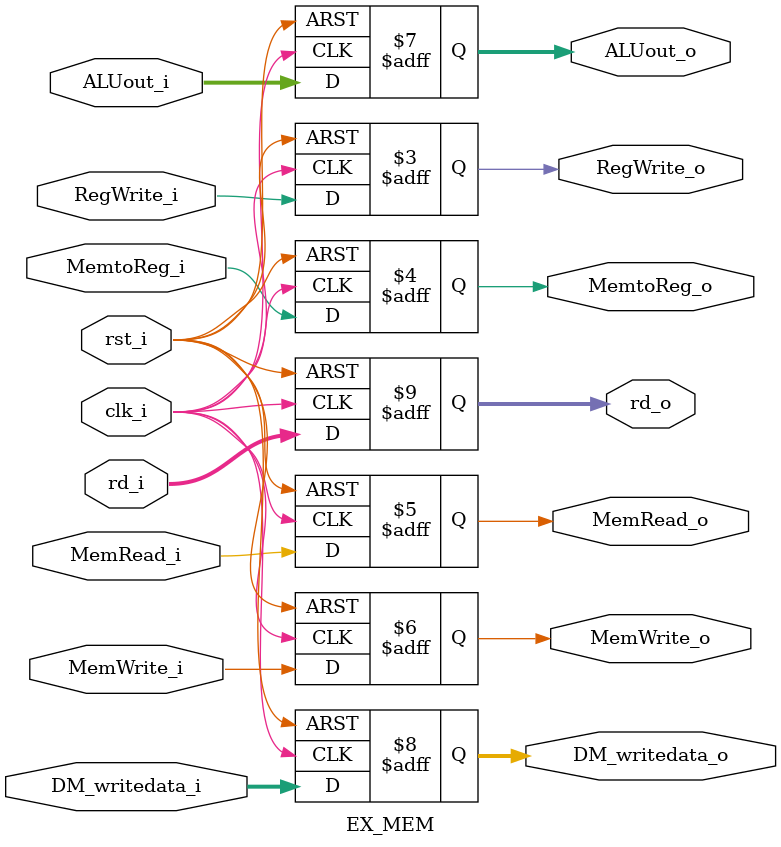
<source format=v>
module EX_MEM(
	clk_i,
	rst_i,
	RegWrite_i, RegWrite_o,
	MemtoReg_i, MemtoReg_o,
	MemRead_i, MemRead_o,
	MemWrite_i, MemWrite_o,
	ALUout_i, ALUout_o,
	DM_writedata_i, DM_writedata_o,
	rd_i, rd_o,
);

input	clk_i;
input	rst_i;
input 	RegWrite_i; output reg RegWrite_o;
input 	MemtoReg_i; output reg MemtoReg_o;
input 	MemRead_i;  output reg MemRead_o;
input 	MemWrite_i; output reg MemWrite_o;
input [31:0]		ALUout_i;
output reg [31:0] 	ALUout_o;
input [31:0]		DM_writedata_i;
output reg [31:0]	DM_writedata_o;
input [4:0]			rd_i;
output reg [4:0]	rd_o;

always @(posedge clk_i or negedge rst_i) begin
	if (~rst_i) begin
		RegWrite_o <= 0; MemtoReg_o <= 0;
		MemRead_o <= 0;  MemWrite_o <= 0;
		ALUout_o <= 0;
		DM_writedata_o <= 0;
		rd_o <= 0;
	end
	else begin
		RegWrite_o <= RegWrite_i; MemtoReg_o <= MemtoReg_i;
		MemRead_o <= MemRead_i;  MemWrite_o <= MemWrite_i;
		ALUout_o <= ALUout_i;
		DM_writedata_o <= DM_writedata_i;
		rd_o <= rd_i;
	end
end

endmodule

</source>
